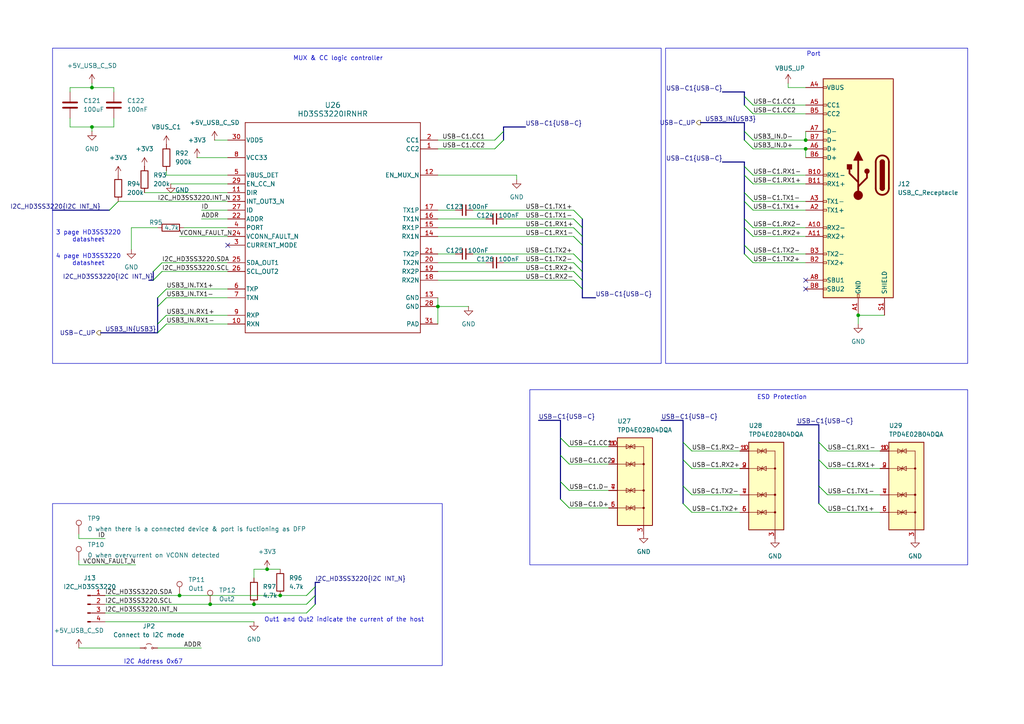
<source format=kicad_sch>
(kicad_sch (version 20250114) (generator "eeschema") (generator_version "9.0")
  (paper "A4")
  (title_block (title "USB Hub"))
  (lib_symbols
    (symbol "2025-07-15_13-22-11:HD3SS3220IRNHR" (pin_names (offset 0.254))
      (property "Reference" "U" (at 0 2.54 0))
      (property "Value" "HD3SS3220IRNHR" (at 0 0 0))
      (symbol "HD3SS3220IRNHR_0_1"
        (polyline (pts (xy -25.4 30.48) (xy -25.4 -30.48)) (stroke (width 0.2032)))
        (polyline (pts (xy -25.4 -30.48) (xy 25.4 -30.48)) (stroke (width 0.2032)))
        (polyline (pts (xy 25.4 30.48) (xy -25.4 30.48)) (stroke (width 0.2032)))
        (polyline (pts (xy 25.4 -30.48) (xy 25.4 30.48)) (stroke (width 0.2032)))
        (pin power_in line (at -30.48 25.4 0) (length 5.08) (name "VDD5") (number "30"))
        (pin power_in line (at -30.48 20.32 0) (length 5.08) (name "VCC33") (number "8"))
        (pin input line (at -30.48 15.24 0) (length 5.08) (name "VBUS_DET") (number "5"))
        (pin input line (at -30.48 12.7 0) (length 5.08) (name "EN_CC_N") (number "29"))
        (pin open_collector line (at -30.48 10.16 0) (length 5.08) (name "DIR") (number "11"))
        (pin open_collector line (at -30.48 7.62 0) (length 5.08) (name "INT_OUT3_N") (number "23"))
        (pin open_collector line (at -30.48 5.08 0) (length 5.08) (name "ID") (number "27"))
        (pin input line (at -30.48 2.54 0) (length 5.08) (name "ADDR") (number "22"))
        (pin input line (at -30.48 0 0) (length 5.08) (name "PORT") (number "4"))
        (pin open_collector line (at -30.48 -2.54 0) (length 5.08) (name "VCONN_FAULT_N") (number "24"))
        (pin input line (at -30.48 -5.08 0) (length 5.08) (name "CURRENT_MODE") (number "3"))
        (pin bidirectional line (at -30.48 -10.16 0) (length 5.08) (name "SDA_OUT1") (number "25"))
        (pin bidirectional line (at -30.48 -12.7 0) (length 5.08) (name "SCL_OUT2") (number "26"))
        (pin bidirectional line (at -30.48 -17.78 0) (length 5.08) (name "TXP") (number "6"))
        (pin bidirectional line (at -30.48 -20.32 0) (length 5.08) (name "TXN") (number "7"))
        (pin bidirectional line (at -30.48 -25.4 0) (length 5.08) (name "RXP") (number "9"))
        (pin bidirectional line (at -30.48 -27.94 0) (length 5.08) (name "RXN") (number "10"))
        (pin bidirectional line (at 30.48 25.4 180) (length 5.08) (name "CC1") (number "2"))
        (pin bidirectional line (at 30.48 22.86 180) (length 5.08) (name "CC2") (number "1"))
        (pin input line (at 30.48 15.24 180) (length 5.08) (name "EN_MUX_N") (number "12"))
        (pin bidirectional line (at 30.48 5.08 180) (length 5.08) (name "TX1P") (number "17"))
        (pin bidirectional line (at 30.48 2.54 180) (length 5.08) (name "TX1N") (number "16"))
        (pin bidirectional line (at 30.48 0 180) (length 5.08) (name "RX1P") (number "15"))
        (pin bidirectional line (at 30.48 -2.54 180) (length 5.08) (name "RX1N") (number "14"))
        (pin bidirectional line (at 30.48 -7.62 180) (length 5.08) (name "TX2P") (number "21"))
        (pin bidirectional line (at 30.48 -10.16 180) (length 5.08) (name "TX2N") (number "20"))
        (pin bidirectional line (at 30.48 -12.7 180) (length 5.08) (name "RX2P") (number "19"))
        (pin bidirectional line (at 30.48 -15.24 180) (length 5.08) (name "RX2N") (number "18"))
        (pin power_in line (at 30.48 -20.32 180) (length 5.08) (name "GND") (number "13"))
        (pin power_in line (at 30.48 -22.86 180) (length 5.08) (name "GND") (number "28"))
        (pin power_in line (at 30.48 -27.94 180) (length 5.08) (name "PAD") (number "31"))
      )
    )
    (symbol "Connector:Conn_01x04_Pin" (pin_names (offset 1.016) (hide yes))
      (property "Reference" "J" (at 0 5.08 0))
      (property "Value" "Conn_01x04_Pin" (at 0 -7.62 0))
      (symbol "Conn_01x04_Pin_1_1"
        (rectangle (start 0.8636 2.667) (end 0 2.413) (stroke (width 0.1524)) (fill (type outline)))
        (rectangle (start 0.8636 0.127) (end 0 -0.127) (stroke (width 0.1524)) (fill (type outline)))
        (rectangle (start 0.8636 -2.413) (end 0 -2.667) (stroke (width 0.1524)) (fill (type outline)))
        (rectangle (start 0.8636 -4.953) (end 0 -5.207) (stroke (width 0.1524)) (fill (type outline)))
        (polyline (pts (xy 1.27 2.54) (xy 0.8636 2.54)) (stroke (width 0.1524)))
        (polyline (pts (xy 1.27 0) (xy 0.8636 0)) (stroke (width 0.1524)))
        (polyline (pts (xy 1.27 -2.54) (xy 0.8636 -2.54)) (stroke (width 0.1524)))
        (polyline (pts (xy 1.27 -5.08) (xy 0.8636 -5.08)) (stroke (width 0.1524)))
        (pin passive line (at 5.08 2.54 180) (length 3.81) (name "Pin_1") (number "1"))
        (pin passive line (at 5.08 0 180) (length 3.81) (name "Pin_2") (number "2"))
        (pin passive line (at 5.08 -2.54 180) (length 3.81) (name "Pin_3") (number "3"))
        (pin passive line (at 5.08 -5.08 180) (length 3.81) (name "Pin_4") (number "4"))
      )
    )
    (symbol "Connector:TestPoint" (pin_numbers (hide yes)) (pin_names (offset 0.762) (hide yes))
      (property "Reference" "TP" (at 0 6.858 0))
      (property "Value" "TestPoint" (at 0 5.08 0))
      (symbol "TestPoint_0_1"
        (circle (center 0 3.302) (radius 0.762))
      )
      (symbol "TestPoint_1_1"
        (pin passive line (at 0 0 90) (length 2.54) (name "1") (number "1"))
      )
    )
    (symbol "Connector:USB_C_Receptacle" (pin_names (offset 1.016))
      (property "Reference" "J" (at -10.16 29.21 0))
      (property "Value" "USB_C_Receptacle" (at 10.16 29.21 0))
      (symbol "USB_C_Receptacle_0_0"
        (rectangle (start -0.254 -35.56) (end 0.254 -34.544))
        (rectangle (start 10.16 25.654) (end 9.144 25.146))
        (rectangle (start 10.16 20.574) (end 9.144 20.066))
        (rectangle (start 10.16 18.034) (end 9.144 17.526))
        (rectangle (start 10.16 12.954) (end 9.144 12.446))
        (rectangle (start 10.16 10.414) (end 9.144 9.906))
        (rectangle (start 10.16 7.874) (end 9.144 7.366))
        (rectangle (start 10.16 5.334) (end 9.144 4.826))
        (rectangle (start 10.16 0.254) (end 9.144 -0.254))
        (rectangle (start 10.16 -2.286) (end 9.144 -2.794))
        (rectangle (start 10.16 -7.366) (end 9.144 -7.874))
        (rectangle (start 10.16 -9.906) (end 9.144 -10.414))
        (rectangle (start 10.16 -14.986) (end 9.144 -15.494))
        (rectangle (start 10.16 -17.526) (end 9.144 -18.034))
        (rectangle (start 10.16 -22.606) (end 9.144 -23.114))
        (rectangle (start 10.16 -25.146) (end 9.144 -25.654))
        (rectangle (start 10.16 -30.226) (end 9.144 -30.734))
        (rectangle (start 10.16 -32.766) (end 9.144 -33.274))
      )
      (symbol "USB_C_Receptacle_0_1"
        (rectangle (start -10.16 27.94) (end 10.16 -35.56) (stroke (width 0.254)) (fill (type background)))
        (polyline (pts (xy -8.89 -3.81) (xy -8.89 3.81)) (stroke (width 0.508)))
        (rectangle (start -7.62 -3.81) (end -6.35 3.81) (stroke (width 0.254)) (fill (type outline)))
        (arc (start -7.62 3.81) (mid -6.985 4.4423) (end -6.35 3.81) (stroke (width 0.254)))
        (arc (start -7.62 3.81) (mid -6.985 4.4423) (end -6.35 3.81) (stroke (width 0.254)) (fill (type outline)))
        (arc (start -8.89 3.81) (mid -6.985 5.7067) (end -5.08 3.81) (stroke (width 0.508)))
        (arc (start -5.08 -3.81) (mid -6.985 -5.7067) (end -8.89 -3.81) (stroke (width 0.508)))
        (arc (start -6.35 -3.81) (mid -6.985 -4.4423) (end -7.62 -3.81) (stroke (width 0.254)))
        (arc (start -6.35 -3.81) (mid -6.985 -4.4423) (end -7.62 -3.81) (stroke (width 0.254)) (fill (type outline)))
        (polyline (pts (xy -5.08 3.81) (xy -5.08 -3.81)) (stroke (width 0.508)))
      )
      (symbol "USB_C_Receptacle_1_1"
        (circle (center -2.54 1.143) (radius 0.635) (stroke (width 0.254)) (fill (type outline)))
        (polyline (pts (xy -1.27 4.318) (xy 0 6.858) (xy 1.27 4.318) (xy -1.27 4.318)) (stroke (width 0.254)) (fill (type outline)))
        (polyline (pts (xy 0 -2.032) (xy 2.54 0.508) (xy 2.54 1.778)) (stroke (width 0.508)))
        (polyline (pts (xy 0 -3.302) (xy -2.54 -0.762) (xy -2.54 0.508)) (stroke (width 0.508)))
        (polyline (pts (xy 0 -5.842) (xy 0 4.318)) (stroke (width 0.508)))
        (circle (center 0 -5.842) (radius 1.27) (fill (type outline)))
        (rectangle (start 1.905 1.778) (end 3.175 3.048) (stroke (width 0.254)) (fill (type outline)))
        (pin passive line (at -7.62 -40.64 90) (length 5.08) (name "SHIELD") (number "S1"))
        (pin passive line (at 0 -40.64 90) (length 5.08) (name "GND") (number "A1"))
        (pin passive line (at 0 -40.64 90) (length 5.08) (hide yes) (name "GND") (number "A12"))
        (pin passive line (at 0 -40.64 90) (length 5.08) (hide yes) (name "GND") (number "B1"))
        (pin passive line (at 0 -40.64 90) (length 5.08) (hide yes) (name "GND") (number "B12"))
        (pin passive line (at 15.24 25.4 180) (length 5.08) (name "VBUS") (number "A4"))
        (pin passive line (at 15.24 25.4 180) (length 5.08) (hide yes) (name "VBUS") (number "A9"))
        (pin passive line (at 15.24 25.4 180) (length 5.08) (hide yes) (name "VBUS") (number "B4"))
        (pin passive line (at 15.24 25.4 180) (length 5.08) (hide yes) (name "VBUS") (number "B9"))
        (pin bidirectional line (at 15.24 20.32 180) (length 5.08) (name "CC1") (number "A5"))
        (pin bidirectional line (at 15.24 17.78 180) (length 5.08) (name "CC2") (number "B5"))
        (pin bidirectional line (at 15.24 12.7 180) (length 5.08) (name "D-") (number "A7"))
        (pin bidirectional line (at 15.24 10.16 180) (length 5.08) (name "D-") (number "B7"))
        (pin bidirectional line (at 15.24 7.62 180) (length 5.08) (name "D+") (number "A6"))
        (pin bidirectional line (at 15.24 5.08 180) (length 5.08) (name "D+") (number "B6"))
        (pin bidirectional line (at 15.24 0 180) (length 5.08) (name "RX1-") (number "B10"))
        (pin bidirectional line (at 15.24 -2.54 180) (length 5.08) (name "RX1+") (number "B11"))
        (pin bidirectional line (at 15.24 -7.62 180) (length 5.08) (name "TX1-") (number "A3"))
        (pin bidirectional line (at 15.24 -10.16 180) (length 5.08) (name "TX1+") (number "A2"))
        (pin bidirectional line (at 15.24 -15.24 180) (length 5.08) (name "RX2-") (number "A10"))
        (pin bidirectional line (at 15.24 -17.78 180) (length 5.08) (name "RX2+") (number "A11"))
        (pin bidirectional line (at 15.24 -22.86 180) (length 5.08) (name "TX2-") (number "B3"))
        (pin bidirectional line (at 15.24 -25.4 180) (length 5.08) (name "TX2+") (number "B2"))
        (pin bidirectional line (at 15.24 -30.48 180) (length 5.08) (name "SBU1") (number "A8"))
        (pin bidirectional line (at 15.24 -33.02 180) (length 5.08) (name "SBU2") (number "B8"))
      )
    )
    (symbol "Device:C" (pin_numbers (hide yes)) (pin_names (offset 0.254))
      (property "Reference" "C" (at 0.635 2.54 0))
      (property "Value" "C" (at 0.635 -2.54 0))
      (symbol "C_0_1"
        (polyline (pts (xy -2.032 0.762) (xy 2.032 0.762)) (stroke (width 0.508)))
        (polyline (pts (xy -2.032 -0.762) (xy 2.032 -0.762)) (stroke (width 0.508)))
      )
      (symbol "C_1_1"
        (pin passive line (at 0 3.81 270) (length 2.794) (name "~") (number "1"))
        (pin passive line (at 0 -3.81 90) (length 2.794) (name "~") (number "2"))
      )
    )
    (symbol "Device:C_Small" (pin_numbers (hide yes)) (pin_names (offset 0.254) (hide yes))
      (property "Reference" "C" (at 0.254 1.778 0))
      (property "Value" "C_Small" (at 0.254 -2.032 0))
      (symbol "C_Small_0_1"
        (polyline (pts (xy -1.524 0.508) (xy 1.524 0.508)) (stroke (width 0.3048)))
        (polyline (pts (xy -1.524 -0.508) (xy 1.524 -0.508)) (stroke (width 0.3302)))
      )
      (symbol "C_Small_1_1"
        (pin passive line (at 0 2.54 270) (length 2.032) (name "~") (number "1"))
        (pin passive line (at 0 -2.54 90) (length 2.032) (name "~") (number "2"))
      )
    )
    (symbol "Device:R" (pin_numbers (hide yes)) (pin_names (offset 0))
      (property "Reference" "R" (at 2.032 0 90))
      (property "Value" "R" (at 0 0 90))
      (symbol "R_0_1"
        (rectangle (start -1.016 -2.54) (end 1.016 2.54) (stroke (width 0.254)))
      )
      (symbol "R_1_1"
        (pin passive line (at 0 3.81 270) (length 1.27) (name "~") (number "1"))
        (pin passive line (at 0 -3.81 90) (length 1.27) (name "~") (number "2"))
      )
    )
    (symbol "Jumper:Jumper_2_Small_Open" (pin_numbers (hide yes)) (pin_names (offset 0) (hide yes))
      (property "Reference" "JP" (at 0 2.794 0))
      (property "Value" "Jumper_2_Small_Open" (at 0 -2.286 0))
      (symbol "Jumper_2_Small_Open_0_0"
        (circle (center -1.016 0) (radius 0.254))
        (circle (center 1.016 0) (radius 0.254))
      )
      (symbol "Jumper_2_Small_Open_0_1"
        (arc (start -0.762 1.0196) (mid 0 1.2729) (end 0.762 1.0196))
      )
      (symbol "Jumper_2_Small_Open_1_1"
        (pin passive line (at -2.54 0 0) (length 1.27) (name "A") (number "1"))
        (pin passive line (at 2.54 0 180) (length 1.27) (name "B") (number "2"))
      )
    )
    (symbol "Snapeda:TPD4E02B04DQA" (pin_names (hide yes))
      (property "Reference" "U" (at 2.54 -11.43 0))
      (property "Value" "TPD4E02B04DQA" (at 7.62 1.905 0))
      (symbol "TPD4E02B04DQA_0_0"
        (pin passive line (at 2.54 -15.24 90) (length 2.54) (name "G") (number "3"))
      )
      (symbol "TPD4E02B04DQA_0_1"
        (rectangle (start -5.08 12.7) (end 5.08 -12.7) (stroke (width 0.254)) (fill (type background)))
        (polyline (pts (xy -5.08 10.16) (xy 2.54 10.16)))
        (polyline (pts (xy -5.08 5.08) (xy 2.54 5.08)))
        (polyline (pts (xy -5.08 -2.54) (xy 2.54 -2.54)))
        (polyline (pts (xy -5.08 -7.62) (xy 2.54 -7.62)))
        (polyline (pts (xy -1.27 10.16) (xy 0 9.525) (xy 0 10.795) (xy -1.27 10.16)))
        (polyline (pts (xy -1.27 5.08) (xy 0 4.445) (xy 0 5.715) (xy -1.27 5.08)))
        (polyline (pts (xy -1.27 -2.54) (xy 0 -3.175) (xy 0 -1.905) (xy -1.27 -2.54)))
        (polyline (pts (xy -1.27 -7.62) (xy 0 -8.255) (xy 0 -6.985) (xy -1.27 -7.62)))
        (polyline (pts (xy 2.54 10.16) (xy 2.54 -12.7)) (stroke (width 0.1524)))
        (circle (center 2.54 5.08) (radius 0.254) (fill (type outline)))
        (circle (center 2.54 -2.54) (radius 0.254) (fill (type outline)))
        (circle (center 2.54 -7.62) (radius 0.254) (fill (type outline)))
      )
      (symbol "TPD4E02B04DQA_1_1"
        (polyline (pts (xy -1.524 9.525) (xy -1.27 9.779) (xy -1.27 10.541) (xy -1.016 10.795)))
        (polyline (pts (xy -1.524 4.445) (xy -1.27 4.699) (xy -1.27 5.461) (xy -1.016 5.715)))
        (polyline (pts (xy -1.524 -3.175) (xy -1.27 -2.921) (xy -1.27 -2.159) (xy -1.016 -1.905)))
        (polyline (pts (xy -1.524 -8.255) (xy -1.27 -8.001) (xy -1.27 -7.239) (xy -1.016 -6.985)))
        (polyline (pts (xy -1.27 10.16) (xy -2.54 9.525) (xy -2.54 10.795) (xy -1.27 10.16)))
        (polyline (pts (xy -1.27 5.08) (xy -2.54 4.445) (xy -2.54 5.715) (xy -1.27 5.08)))
        (polyline (pts (xy -1.27 -2.54) (xy -2.54 -3.175) (xy -2.54 -1.905) (xy -1.27 -2.54)))
        (polyline (pts (xy -1.27 -7.62) (xy -2.54 -8.255) (xy -2.54 -6.985) (xy -1.27 -7.62)))
        (pin passive line (at -7.62 10.16 0) (length 2.54) (name "IO1") (number "1"))
        (pin free line (at -7.62 10.16 0) (length 2.54) (name "NC") (number "10"))
        (pin passive line (at -7.62 5.08 0) (length 2.54) (name "IO2") (number "2"))
        (pin free line (at -7.62 5.08 0) (length 2.54) (name "NC") (number "9"))
        (pin passive line (at -7.62 -2.54 0) (length 2.54) (name "IO3") (number "4"))
        (pin free line (at -7.62 -2.54 0) (length 2.54) (name "NC") (number "7"))
        (pin passive line (at -7.62 -7.62 0) (length 2.54) (name "IO4") (number "5"))
        (pin free line (at -7.62 -7.62 0) (length 2.54) (name "NC") (number "6"))
        (pin passive line (at 2.54 -15.24 90) (length 2.54) (hide yes) (name "G") (number "8"))
      )
    )
    (symbol "power:+3V3" (power) (pin_numbers (hide yes)) (pin_names (offset 0) (hide yes))
      (property "Value" "+3V3" (at 0 3.556 0))
      (symbol "+3V3_0_1"
        (polyline (pts (xy -0.762 1.27) (xy 0 2.54)))
        (polyline (pts (xy 0 2.54) (xy 0.762 1.27)))
        (polyline (pts (xy 0 0) (xy 0 2.54)))
      )
      (symbol "+3V3_1_1"
        (pin power_in line (at 0 0 90) (length 0) (name "~") (number "1"))
      )
    )
    (symbol "power:+5V" (power) (pin_numbers (hide yes)) (pin_names (offset 0) (hide yes))
      (property "Value" "+5V" (at 0 3.556 0))
      (symbol "+5V_0_1"
        (polyline (pts (xy -0.762 1.27) (xy 0 2.54)))
        (polyline (pts (xy 0 2.54) (xy 0.762 1.27)))
        (polyline (pts (xy 0 0) (xy 0 2.54)))
      )
      (symbol "+5V_1_1"
        (pin power_in line (at 0 0 90) (length 0) (name "~") (number "1"))
      )
    )
    (symbol "power:GND" (power) (pin_numbers (hide yes)) (pin_names (offset 0) (hide yes))
      (property "Value" "GND" (at 0 -3.81 0))
      (symbol "GND_0_1"
        (polyline (pts (xy 0 0) (xy 0 -1.27) (xy 1.27 -1.27) (xy 0 -2.54) (xy -1.27 -1.27) (xy 0 -1.27)))
      )
      (symbol "GND_1_1"
        (pin power_in line (at 0 0 270) (length 0) (name "~") (number "1"))
      )
    )
    (symbol "power:VBUS" (power) (pin_numbers (hide yes)) (pin_names (offset 0) (hide yes))
      (property "Value" "VBUS" (at 0 3.556 0))
      (symbol "VBUS_0_1"
        (polyline (pts (xy -0.762 1.27) (xy 0 2.54)))
        (polyline (pts (xy 0 2.54) (xy 0.762 1.27)))
        (polyline (pts (xy 0 0) (xy 0 2.54)))
      )
      (symbol "VBUS_1_1"
        (pin power_in line (at 0 0 90) (length 0) (name "~") (number "1"))
      )
    )
  )
  (rectangle (start 15.24 13.97) (end 191.77 105.41))
  (rectangle (start 153.67 113.03) (end 280.67 163.83))
  (rectangle (start 193.04 13.97) (end 280.67 105.41))
  (rectangle (start 15.24 146.05) (end 128.27 193.04))
  (text "4 page HD3SS3220\ndatasheet" (at 25.654 75.438 0) (effects (font (size 1.27 1.27))))
  (text "3 page HD3SS3220\ndatasheet" (at 25.654 68.58 0) (effects (font (size 1.27 1.27))))
  (text "Port" (at 235.966 15.748 0) (effects (font (size 1.27 1.27))))
  (text "Out1 and Out2 indicate the current of the host\n" (at 99.822 179.832 0) (effects (font (size 1.27 1.27))))
  (text "I2C Address 0x67" (at 44.45 192.024 0) (effects (font (size 1.27 1.27))))
  (text "ESD Protection" (at 226.822 115.316 0) (effects (font (size 1.27 1.27))))
  (text "MUX & CC logic controller" (at 98.044 17.018 0) (effects (font (size 1.27 1.27))))
  (junction (at 77.47 165.1))
  (junction (at 26.67 25.4))
  (junction (at 127 88.9))
  (junction (at 81.28 172.72))
  (junction (at 233.68 43.18))
  (junction (at 60.96 175.26))
  (junction (at 52.07 172.72))
  (junction (at 233.68 40.64))
  (junction (at 73.66 175.26))
  (junction (at 248.92 91.44))
  (junction (at 26.67 36.83))
  (no_connect (at 233.68 81.28))
  (no_connect (at 233.68 83.82))
  (no_connect (at 66.04 71.12))
  (bus_entry (at 166.37 76.2) (size 2.54 2.54))
  (bus_entry (at 168.91 71.12) (size -2.54 -2.54))
  (bus_entry (at 166.37 60.96) (size 2.54 2.54))
  (bus_entry (at 168.91 63.5) (size -2.54 -2.54))
  (bus_entry (at 162.56 127) (size 2.54 2.54))
  (bus_entry (at 200.66 135.89) (size -2.54 -2.54))
  (bus_entry (at 45.72 93.98) (size 2.54 -2.54))
  (bus_entry (at 237.49 146.05) (size 2.54 2.54))
  (bus_entry (at 146.05 38.1) (size -2.54 2.54))
  (bus_entry (at 218.44 76.2) (size -2.54 -2.54))
  (bus_entry (at 91.44 172.72) (size -2.54 2.54))
  (bus_entry (at 45.72 96.52) (size 2.54 -2.54))
  (bus_entry (at 34.29 58.42) (size -2.54 2.54))
  (bus_entry (at 143.51 40.64) (size 2.54 -2.54))
  (bus_entry (at 218.44 50.8) (size -2.54 -2.54))
  (bus_entry (at 215.9 71.12) (size 2.54 2.54))
  (bus_entry (at 45.72 88.9) (size 2.54 -2.54))
  (bus_entry (at 198.12 140.97) (size 2.54 2.54))
  (bus_entry (at 215.9 30.48) (size 2.54 2.54))
  (bus_entry (at 240.03 148.59) (size -2.54 -2.54))
  (bus_entry (at 218.44 53.34) (size -2.54 -2.54))
  (bus_entry (at 215.9 73.66) (size 2.54 2.54))
  (bus_entry (at 168.91 68.58) (size -2.54 -2.54))
  (bus_entry (at 46.99 78.74) (size -2.54 2.54))
  (bus_entry (at 215.9 40.64) (size 2.54 2.54))
  (bus_entry (at 31.75 60.96) (size 2.54 -2.54))
  (bus_entry (at 218.44 68.58) (size -2.54 -2.54))
  (bus_entry (at 215.9 38.1) (size 2.54 2.54))
  (bus_entry (at 218.44 33.02) (size -2.54 -2.54))
  (bus_entry (at 168.91 78.74) (size -2.54 -2.54))
  (bus_entry (at 162.56 132.08) (size 2.54 2.54))
  (bus_entry (at 165.1 134.62) (size -2.54 -2.54))
  (bus_entry (at 168.91 66.04) (size -2.54 -2.54))
  (bus_entry (at 88.9 172.72) (size 2.54 -2.54))
  (bus_entry (at 240.03 143.51) (size -2.54 -2.54))
  (bus_entry (at 215.9 38.1) (size 2.54 2.54))
  (bus_entry (at 88.9 177.8) (size 2.54 -2.54))
  (bus_entry (at 240.03 130.81) (size -2.54 -2.54))
  (bus_entry (at 218.44 73.66) (size -2.54 -2.54))
  (bus_entry (at 215.9 40.64) (size 2.54 2.54))
  (bus_entry (at 88.9 175.26) (size 2.54 -2.54))
  (bus_entry (at 237.49 128.27) (size 2.54 2.54))
  (bus_entry (at 44.45 81.28) (size 2.54 -2.54))
  (bus_entry (at 166.37 81.28) (size 2.54 2.54))
  (bus_entry (at 166.37 66.04) (size 2.54 2.54))
  (bus_entry (at 168.91 76.2) (size -2.54 -2.54))
  (bus_entry (at 215.9 50.8) (size 2.54 2.54))
  (bus_entry (at 165.1 129.54) (size -2.54 -2.54))
  (bus_entry (at 215.9 66.04) (size 2.54 2.54))
  (bus_entry (at 200.66 148.59) (size -2.54 -2.54))
  (bus_entry (at 45.72 86.36) (size 2.54 -2.54))
  (bus_entry (at 44.45 78.74) (size 2.54 -2.54))
  (bus_entry (at 45.72 96.52) (size 2.54 -2.54))
  (bus_entry (at 200.66 130.81) (size -2.54 -2.54))
  (bus_entry (at 166.37 68.58) (size 2.54 2.54))
  (bus_entry (at 166.37 73.66) (size 2.54 2.54))
  (bus_entry (at 215.9 27.94) (size 2.54 2.54))
  (bus_entry (at 218.44 30.48) (size -2.54 -2.54))
  (bus_entry (at 215.9 58.42) (size 2.54 2.54))
  (bus_entry (at 168.91 81.28) (size -2.54 -2.54))
  (bus_entry (at 91.44 175.26) (size -2.54 2.54))
  (bus_entry (at 168.91 83.82) (size -2.54 -2.54))
  (bus_entry (at 45.72 86.36) (size 2.54 -2.54))
  (bus_entry (at 162.56 139.7) (size 2.54 2.54))
  (bus_entry (at 166.37 63.5) (size 2.54 2.54))
  (bus_entry (at 218.44 58.42) (size -2.54 -2.54))
  (bus_entry (at 166.37 78.74) (size 2.54 2.54))
  (bus_entry (at 198.12 146.05) (size 2.54 2.54))
  (bus_entry (at 215.9 55.88) (size 2.54 2.54))
  (bus_entry (at 165.1 147.32) (size -2.54 -2.54))
  (bus_entry (at 215.9 63.5) (size 2.54 2.54))
  (bus_entry (at 237.49 133.35) (size 2.54 2.54))
  (bus_entry (at 200.66 143.51) (size -2.54 -2.54))
  (bus_entry (at 218.44 60.96) (size -2.54 -2.54))
  (bus_entry (at 146.05 40.64) (size -2.54 2.54))
  (bus_entry (at 198.12 133.35) (size 2.54 2.54))
  (bus_entry (at 215.9 48.26) (size 2.54 2.54))
  (bus_entry (at 237.49 140.97) (size 2.54 2.54))
  (bus_entry (at 218.44 66.04) (size -2.54 -2.54))
  (bus_entry (at 198.12 128.27) (size 2.54 2.54))
  (bus_entry (at 240.03 135.89) (size -2.54 -2.54))
  (bus_entry (at 143.51 43.18) (size 2.54 -2.54))
  (bus_entry (at 45.72 88.9) (size 2.54 -2.54))
  (bus_entry (at 162.56 144.78) (size 2.54 2.54))
  (bus_entry (at 165.1 142.24) (size -2.54 -2.54))
  (bus_entry (at 91.44 170.18) (size -2.54 2.54))
  (bus_entry (at 45.72 93.98) (size 2.54 -2.54))
  (bus_entry (at 46.99 76.2) (size -2.54 2.54))
  (wire (pts (xy 48.26 86.36) (xy 66.04 86.36)))
  (wire (pts (xy 73.66 165.1) (xy 73.66 167.64)))
  (wire (pts (xy 228.6 24.13) (xy 228.6 25.4)))
  (wire (pts (xy 233.68 60.96) (xy 218.44 60.96)))
  (bus (pts (xy 215.9 27.94) (xy 215.9 26.67)))
  (wire (pts (xy 58.42 60.96) (xy 66.04 60.96)))
  (bus (pts (xy 162.56 127) (xy 162.56 132.08)))
  (bus (pts (xy 198.12 140.97) (xy 198.12 133.35)))
  (bus (pts (xy 215.9 71.12) (xy 215.9 66.04)))
  (wire (pts (xy 57.15 45.72) (xy 66.04 45.72)))
  (wire (pts (xy 49.53 53.34) (xy 66.04 53.34)))
  (wire (pts (xy 165.1 129.54) (xy 176.53 129.54)))
  (wire (pts (xy 60.96 175.26) (xy 73.66 175.26)))
  (wire (pts (xy 233.68 66.04) (xy 218.44 66.04)))
  (wire (pts (xy 127 86.36) (xy 127 88.9)))
  (wire (pts (xy 127 78.74) (xy 166.37 78.74)))
  (wire (pts (xy 48.26 91.44) (xy 66.04 91.44)))
  (wire (pts (xy 66.04 78.74) (xy 46.99 78.74)))
  (wire (pts (xy 200.66 148.59) (xy 214.63 148.59)))
  (wire (pts (xy 22.86 154.94) (xy 22.86 156.21)))
  (wire (pts (xy 127 81.28) (xy 166.37 81.28)))
  (wire (pts (xy 26.67 36.83) (xy 20.32 36.83)))
  (bus (pts (xy 168.91 83.82) (xy 168.91 86.36)))
  (wire (pts (xy 127 73.66) (xy 132.08 73.66)))
  (wire (pts (xy 149.86 50.8) (xy 149.86 52.07)))
  (wire (pts (xy 233.68 68.58) (xy 218.44 68.58)))
  (wire (pts (xy 22.86 163.83) (xy 39.37 163.83)))
  (wire (pts (xy 48.26 83.82) (xy 66.04 83.82)))
  (wire (pts (xy 58.42 63.5) (xy 66.04 63.5)))
  (wire (pts (xy 233.68 43.18) (xy 233.68 45.72)))
  (bus (pts (xy 215.9 48.26) (xy 215.9 46.99)))
  (wire (pts (xy 218.44 40.64) (xy 233.68 40.64)))
  (wire (pts (xy 233.68 76.2) (xy 218.44 76.2)))
  (wire (pts (xy 34.29 58.42) (xy 66.04 58.42)))
  (wire (pts (xy 233.68 53.34) (xy 218.44 53.34)))
  (wire (pts (xy 81.28 165.1) (xy 77.47 165.1)))
  (bus (pts (xy 209.55 26.67) (xy 215.9 26.67)))
  (wire (pts (xy 45.72 66.04) (xy 38.1 66.04)))
  (bus (pts (xy 215.9 55.88) (xy 215.9 50.8)))
  (wire (pts (xy 26.67 36.83) (xy 33.02 36.83)))
  (wire (pts (xy 52.07 68.58) (xy 66.04 68.58)))
  (wire (pts (xy 30.48 180.34) (xy 73.66 180.34)))
  (wire (pts (xy 48.26 50.8) (xy 66.04 50.8)))
  (wire (pts (xy 127 63.5) (xy 140.97 63.5)))
  (wire (pts (xy 228.6 25.4) (xy 233.68 25.4)))
  (bus (pts (xy 168.91 68.58) (xy 168.91 71.12)))
  (wire (pts (xy 53.34 66.04) (xy 66.04 66.04)))
  (bus (pts (xy 215.9 38.1) (xy 215.9 35.56)))
  (wire (pts (xy 240.03 143.51) (xy 255.27 143.51)))
  (bus (pts (xy 162.56 121.92) (xy 156.21 121.92)))
  (bus (pts (xy 91.44 168.91) (xy 91.44 170.18)))
  (wire (pts (xy 165.1 147.32) (xy 176.53 147.32)))
  (wire (pts (xy 38.1 66.04) (xy 38.1 72.39)))
  (wire (pts (xy 26.67 25.4) (xy 33.02 25.4)))
  (bus (pts (xy 162.56 139.7) (xy 162.56 132.08)))
  (bus (pts (xy 198.12 133.35) (xy 198.12 128.27)))
  (wire (pts (xy 48.26 93.98) (xy 66.04 93.98)))
  (bus (pts (xy 203.2 35.56) (xy 215.9 35.56)))
  (wire (pts (xy 127 88.9) (xy 127 93.98)))
  (wire (pts (xy 77.47 165.1) (xy 73.66 165.1)))
  (wire (pts (xy 20.32 34.29) (xy 20.32 36.83)))
  (bus (pts (xy 44.45 78.74) (xy 44.45 81.28)))
  (wire (pts (xy 127 88.9) (xy 135.89 88.9)))
  (wire (pts (xy 165.1 134.62) (xy 176.53 134.62)))
  (wire (pts (xy 30.48 175.26) (xy 60.96 175.26)))
  (bus (pts (xy 168.91 76.2) (xy 168.91 78.74)))
  (bus (pts (xy 15.24 60.96) (xy 31.75 60.96)))
  (bus (pts (xy 215.9 40.64) (xy 215.9 38.1)))
  (wire (pts (xy 41.91 55.88) (xy 66.04 55.88)))
  (bus (pts (xy 162.56 121.92) (xy 162.56 127)))
  (wire (pts (xy 233.68 38.1) (xy 233.68 40.64)))
  (wire (pts (xy 127 66.04) (xy 166.37 66.04)))
  (bus (pts (xy 92.71 168.91) (xy 91.44 168.91)))
  (wire (pts (xy 26.67 36.83) (xy 26.67 38.1)))
  (bus (pts (xy 237.49 123.19) (xy 231.14 123.19)))
  (bus (pts (xy 215.9 46.99) (xy 209.55 46.99)))
  (wire (pts (xy 137.16 60.96) (xy 166.37 60.96)))
  (bus (pts (xy 215.9 73.66) (xy 215.9 71.12)))
  (bus (pts (xy 168.91 78.74) (xy 168.91 81.28)))
  (wire (pts (xy 73.66 175.26) (xy 88.9 175.26)))
  (wire (pts (xy 127 50.8) (xy 149.86 50.8)))
  (bus (pts (xy 168.91 63.5) (xy 168.91 66.04)))
  (bus (pts (xy 215.9 50.8) (xy 215.9 48.26)))
  (wire (pts (xy 48.26 50.8) (xy 48.26 49.53)))
  (wire (pts (xy 127 40.64) (xy 143.51 40.64)))
  (bus (pts (xy 168.91 66.04) (xy 168.91 68.58)))
  (bus (pts (xy 215.9 66.04) (xy 215.9 63.5)))
  (wire (pts (xy 30.48 172.72) (xy 52.07 172.72)))
  (wire (pts (xy 146.05 76.2) (xy 166.37 76.2)))
  (wire (pts (xy 66.04 76.2) (xy 46.99 76.2)))
  (wire (pts (xy 218.44 43.18) (xy 233.68 43.18)))
  (wire (pts (xy 22.86 162.56) (xy 22.86 163.83)))
  (wire (pts (xy 30.48 156.21) (xy 22.86 156.21)))
  (wire (pts (xy 20.32 25.4) (xy 26.67 25.4)))
  (bus (pts (xy 29.21 96.52) (xy 45.72 96.52)))
  (bus (pts (xy 146.05 38.1) (xy 146.05 36.83)))
  (bus (pts (xy 91.44 172.72) (xy 91.44 170.18)))
  (bus (pts (xy 162.56 144.78) (xy 162.56 139.7)))
  (wire (pts (xy 137.16 73.66) (xy 166.37 73.66)))
  (wire (pts (xy 200.66 143.51) (xy 214.63 143.51)))
  (bus (pts (xy 45.72 86.36) (xy 45.72 88.9)))
  (wire (pts (xy 127 68.58) (xy 166.37 68.58)))
  (wire (pts (xy 248.92 93.98) (xy 248.92 91.44)))
  (wire (pts (xy 45.72 187.96) (xy 58.42 187.96)))
  (wire (pts (xy 127 43.18) (xy 143.51 43.18)))
  (bus (pts (xy 237.49 146.05) (xy 237.49 140.97)))
  (bus (pts (xy 198.12 121.92) (xy 198.12 128.27)))
  (wire (pts (xy 165.1 142.24) (xy 176.53 142.24)))
  (bus (pts (xy 237.49 140.97) (xy 237.49 133.35)))
  (bus (pts (xy 91.44 172.72) (xy 91.44 175.26)))
  (bus (pts (xy 146.05 40.64) (xy 146.05 38.1)))
  (wire (pts (xy 218.44 33.02) (xy 233.68 33.02)))
  (bus (pts (xy 168.91 71.12) (xy 168.91 76.2)))
  (bus (pts (xy 215.9 63.5) (xy 215.9 58.42)))
  (wire (pts (xy 233.68 58.42) (xy 218.44 58.42)))
  (bus (pts (xy 198.12 121.92) (xy 191.77 121.92)))
  (bus (pts (xy 43.18 81.28) (xy 44.45 81.28)))
  (wire (pts (xy 240.03 135.89) (xy 255.27 135.89)))
  (bus (pts (xy 168.91 86.36) (xy 172.72 86.36)))
  (wire (pts (xy 30.48 177.8) (xy 88.9 177.8)))
  (wire (pts (xy 218.44 50.8) (xy 233.68 50.8)))
  (bus (pts (xy 45.72 93.98) (xy 45.72 96.52)))
  (wire (pts (xy 248.92 91.44) (xy 256.54 91.44)))
  (wire (pts (xy 200.66 130.81) (xy 214.63 130.81)))
  (bus (pts (xy 198.12 146.05) (xy 198.12 140.97)))
  (wire (pts (xy 218.44 30.48) (xy 233.68 30.48)))
  (wire (pts (xy 22.86 187.96) (xy 40.64 187.96)))
  (bus (pts (xy 215.9 30.48) (xy 215.9 27.94)))
  (wire (pts (xy 200.66 135.89) (xy 214.63 135.89)))
  (bus (pts (xy 215.9 58.42) (xy 215.9 55.88)))
  (wire (pts (xy 81.28 172.72) (xy 88.9 172.72)))
  (wire (pts (xy 240.03 130.81) (xy 255.27 130.81)))
  (bus (pts (xy 152.4 36.83) (xy 146.05 36.83)))
  (wire (pts (xy 233.68 73.66) (xy 218.44 73.66)))
  (wire (pts (xy 20.32 25.4) (xy 20.32 26.67)))
  (bus (pts (xy 237.49 123.19) (xy 237.49 128.27)))
  (bus (pts (xy 168.91 81.28) (xy 168.91 83.82)))
  (wire (pts (xy 146.05 63.5) (xy 166.37 63.5)))
  (wire (pts (xy 33.02 25.4) (xy 33.02 26.67)))
  (wire (pts (xy 127 60.96) (xy 132.08 60.96)))
  (wire (pts (xy 33.02 36.83) (xy 33.02 34.29)))
  (bus (pts (xy 45.72 88.9) (xy 45.72 93.98)))
  (wire (pts (xy 240.03 148.59) (xy 255.27 148.59)))
  (wire (pts (xy 62.23 40.64) (xy 66.04 40.64)))
  (wire (pts (xy 26.67 24.13) (xy 26.67 25.4)))
  (wire (pts (xy 52.07 172.72) (xy 81.28 172.72)))
  (bus (pts (xy 237.49 128.27) (xy 237.49 133.35)))
  (wire (pts (xy 127 76.2) (xy 140.97 76.2)))
  (label "USB-C1.TX2+" (at 152.4 73.66 0))
  (label "USB-C1.TX1+" (at 240.03 148.59 0))
  (label "USB-C1.RX1-" (at 240.03 130.81 0))
  (label "USB-C1.CC2" (at 128.27 43.18 0))
  (label "USB-C1{USB-C}" (at 156.21 121.92 0))
  (label "USB-C1.CC2" (at 218.44 33.02 0))
  (label "I2C_HD3SS3220.SCL" (at 46.99 78.74 0))
  (label "I2C_HD3SS3220{I2C INT_N}" (at 44.45 81.28 180))
  (label "USB-C1.RX1-" (at 218.44 50.8 0))
  (label "USB-C1.RX2-" (at 218.44 66.04 0))
  (label "I2C_HD3SS3220{I2C INT_N}" (at 91.44 168.91 0))
  (label "USB-C1.RX1+" (at 218.44 53.34 0))
  (label "USB-C1.CC2" (at 165.1 134.62 0))
  (label "USB-C1.RX2+" (at 152.4 78.74 0))
  (label "USB-C1{USB-C}" (at 209.55 46.99 180))
  (label "USB-C1.CC1" (at 218.44 30.48 0))
  (label "USB-C1.RX1+" (at 240.03 135.89 0))
  (label "USB3_IN{USB3}" (at 30.48 96.52 0))
  (label "USB-C1.TX1+" (at 152.4 60.96 0))
  (label "USB-C1{USB-C}" (at 152.4 36.83 0))
  (label "USB3_IN.D+" (at 218.44 43.18 0))
  (label "USB-C1{USB-C}" (at 231.14 123.19 0))
  (label "USB-C1.RX1-" (at 152.4 68.58 0))
  (label "USB-C1.TX2+" (at 200.66 148.59 0))
  (label "USB3_IN.TX1+" (at 48.26 83.82 0))
  (label "USB-C1.TX2-" (at 200.66 143.51 0))
  (label "USB-C1.TX2-" (at 218.44 73.66 0))
  (label "USB-C1.RX2-" (at 200.66 130.81 0))
  (label "USB3_IN.RX1+" (at 48.26 91.44 0))
  (label "USB-C1.TX2-" (at 152.4 76.2 0))
  (label "ADDR" (at 58.42 63.5 0))
  (label "ID" (at 58.42 60.96 0))
  (label "USB3_IN.D-" (at 218.44 40.64 0))
  (label "I2C_HD3SS3220.INT_N" (at 45.72 58.42 0))
  (label "I2C_HD3SS3220.SDA" (at 30.48 172.72 0))
  (label "USB-C1{USB-C}" (at 172.72 86.36 0))
  (label "I2C_HD3SS3220{I2C INT_N}" (at 29.21 60.96 180))
  (label "USB3_IN{USB3}" (at 204.47 35.56 0))
  (label "USB-C1.TX1-" (at 218.44 58.42 0))
  (label "USB-C1.RX2+" (at 200.66 135.89 0))
  (label "USB-C1.D-" (at 165.1 142.24 0))
  (label "VCONN_FAULT_N" (at 52.07 68.58 0))
  (label "VCONN_FAULT_N" (at 39.37 163.83 180))
  (label "I2C_HD3SS3220.SDA" (at 46.99 76.2 0))
  (label "I2C_HD3SS3220.INT_N" (at 30.48 177.8 0))
  (label "USB-C1.TX2+" (at 218.44 76.2 0))
  (label "USB-C1.D+" (at 165.1 147.32 0))
  (label "USB-C1{USB-C}" (at 191.77 121.92 0))
  (label "USB-C1.RX1+" (at 152.4 66.04 0))
  (label "ID" (at 30.48 156.21 180))
  (label "USB-C1.RX2+" (at 218.44 68.58 0))
  (label "USB-C1{USB-C}" (at 209.55 26.67 180))
  (label "USB-C1.RX2-" (at 152.4 81.28 0))
  (label "USB-C1.TX1-" (at 152.4 63.5 0))
  (label "USB-C1.TX1-" (at 240.03 143.51 0))
  (label "USB3_IN.TX1-" (at 48.26 86.36 0))
  (label "USB-C1.TX1+" (at 218.44 60.96 0))
  (label "USB-C1.CC1" (at 128.27 40.64 0))
  (label "USB3_IN.RX1-" (at 48.26 93.98 0))
  (label "ADDR" (at 58.42 187.96 180))
  (label "USB-C1.CC1" (at 165.1 129.54 0))
  (label "I2C_HD3SS3220.SCL" (at 30.48 175.26 0))
  (hierarchical_label "USB-C_UP" (shape output) (at 203.2 35.56 180))
  (hierarchical_label "USB-C_UP" (shape output) (at 29.21 96.52 180))
  (symbol (lib_id "Connector:TestPoint") (at 52.07 172.72 0) (unit 1)
    (property "Reference" "TP11" (at 54.61 168.1479 0) (effects (justify left)))
    (property "Value" "Out1" (at 54.61 170.6879 0) (effects (justify left)))
    (property "Footprint" "TestPoint:TestPoint_Loop_D1.80mm_Drill1.0mm_Beaded" (effects (hide yes)))
    (property "Description" "test point" (effects (hide yes)))
  )
  (symbol (lib_id "2025-07-15_13-22-11:HD3SS3220IRNHR") (at 96.52 66.04 0) (unit 1)
    (property "Reference" "U26" (at 96.52 30.48 0) (effects (font (size 1.524 1.524))))
    (property "Value" "HD3SS3220IRNHR" (at 96.52 33.02 0) (effects (font (size 1.524 1.524))))
    (property "Footprint" "footprints:RNH0030A" (effects (hide yes)))
    (property "Datasheet" "https://www.ti.com/lit/gpn/hd3ss3220" (effects (hide yes)))
  )
  (symbol (lib_id "power:GND") (at 26.67 38.1 0) (unit 1)
    (property "Reference" "#PWR0218" (effects (hide yes)))
    (property "Value" "GND" (at 26.67 43.18 0))
    (property "Description" "Power symbol creates a global label with name \"GND\" , ground" (effects (hide yes)))
  )
  (symbol (lib_id "power:VBUS") (at 228.6 24.13 0) (unit 1)
    (property "Reference" "#PWR0217" (effects (hide yes)))
    (property "Value" "VBUS_UP" (at 224.79 19.812 0) (effects (justify left)))
    (property "Description" "Power symbol creates a global label with name \"VBUS\"" (effects (hide yes)))
  )
  (symbol (lib_id "Connector:TestPoint") (at 60.96 175.26 0) (unit 1)
    (property "Reference" "TP12" (at 63.5 171.196 0) (effects (justify left)))
    (property "Value" "Out2" (at 63.5 173.736 0) (effects (justify left)))
    (property "Footprint" "TestPoint:TestPoint_Loop_D1.80mm_Drill1.0mm_Beaded" (effects (hide yes)))
    (property "Description" "test point" (effects (hide yes)))
  )
  (symbol (lib_id "power:VBUS") (at 48.26 41.91 0) (unit 1)
    (property "Reference" "#PWR0220" (effects (hide yes)))
    (property "Value" "VBUS_C1" (at 48.26 36.83 0))
    (property "Description" "Power symbol creates a global label with name \"VBUS\"" (effects (hide yes)))
  )
  (symbol (lib_id "Device:C_Small") (at 134.62 73.66 90) (unit 1)
    (property "Reference" "C125" (at 131.826 72.644 90))
    (property "Value" "100nF" (at 138.684 72.644 90))
    (property "Footprint" "Capacitor_SMD:C_0402_1005Metric" (effects (hide yes)))
    (property "Description" "Unpolarized capacitor, small symbol" (effects (hide yes)))
  )
  (symbol (lib_id "Device:R") (at 81.28 168.91 0) (unit 1)
    (property "Reference" "R96" (at 83.82 167.6399 0) (effects (justify left)))
    (property "Value" "4.7k" (at 83.82 170.1799 0) (effects (justify left)))
    (property "Footprint" "Resistor_SMD:R_0402_1005Metric" (effects (hide yes)))
    (property "Description" "Resistor" (effects (hide yes)))
  )
  (symbol (lib_id "Jumper:Jumper_2_Small_Open") (at 43.18 187.96 0) (unit 1)
    (property "Reference" "JP2" (at 43.18 181.61 0))
    (property "Value" "Connect to I2C mode" (at 43.18 184.15 0))
    (property "Footprint" "Jumper:SolderJumper-2_P1.3mm_Open_RoundedPad1.0x1.5mm" (effects (hide yes)))
    (property "Description" "Jumper, 2-pole, small symbol, open" (effects (hide yes)))
  )
  (symbol (lib_id "power:GND") (at 248.92 93.98 0) (unit 1)
    (property "Reference" "#PWR0228" (effects (hide yes)))
    (property "Value" "GND" (at 248.92 99.06 0))
    (property "Description" "Power symbol creates a global label with name \"GND\" , ground" (effects (hide yes)))
  )
  (symbol (lib_id "power:+3V3") (at 41.91 48.26 0) (unit 1)
    (property "Reference" "#PWR0222" (effects (hide yes)))
    (property "Value" "+3V3" (at 41.91 43.18 0))
    (property "Description" "Power symbol creates a global label with name \"+3V3\"" (effects (hide yes)))
  )
  (symbol (lib_id "Snapeda:TPD4E02B04DQA") (at 262.89 140.97 0) (unit 1)
    (property "Reference" "U29" (at 257.81 123.444 0) (effects (justify left)))
    (property "Value" "TPD4E02B04DQA" (at 257.81 125.984 0) (effects (justify left)))
    (property "Footprint" "Package_SON:USON-10_2.5x1.0mm_P0.5mm" (effects (hide yes)))
    (property "Datasheet" "http://www.ti.com/lit/ds/symlink/tpd4e02b04.pdf" (effects (hide yes)))
    (property "Description" "4-Channel ESD Protection Diode for USB Type-C and HDMI 2.0, USON-10" (effects (hide yes)))
  )
  (symbol (lib_id "power:+5V") (at 62.23 40.64 0) (unit 1)
    (property "Reference" "#PWR0219" (effects (hide yes)))
    (property "Value" "+5V_USB_C_SD" (at 62.23 35.56 0))
    (property "Description" "Power symbol creates a global label with name \"+5V\"" (effects (hide yes)))
  )
  (symbol (lib_id "power:GND") (at 149.86 52.07 0) (unit 1)
    (property "Reference" "#PWR0224" (effects (hide yes)))
    (property "Value" "GND" (at 149.86 57.15 0))
    (property "Description" "Power symbol creates a global label with name \"GND\" , ground" (effects (hide yes)))
  )
  (symbol (lib_id "power:GND") (at 73.66 180.34 0) (unit 1)
    (property "Reference" "#PWR0233" (effects (hide yes)))
    (property "Value" "GND" (at 73.66 185.42 0))
    (property "Description" "Power symbol creates a global label with name \"GND\" , ground" (effects (hide yes)))
  )
  (symbol (lib_id "Connector:TestPoint") (at 22.86 162.56 0) (unit 1)
    (property "Reference" "TP10" (at 25.4 157.9879 0) (effects (justify left)))
    (property "Value" "0 when overvurrent on VCONN detected" (at 25.4 161.036 0) (effects (justify left)))
    (property "Footprint" "TestPoint:TestPoint_Loop_D1.80mm_Drill1.0mm_Beaded" (effects (hide yes)))
    (property "Description" "test point" (effects (hide yes)))
  )
  (symbol (lib_id "power:GND") (at 186.69 154.94 0) (unit 1)
    (property "Reference" "#PWR0229" (effects (hide yes)))
    (property "Value" "GND" (at 186.69 160.02 0))
    (property "Description" "Power symbol creates a global label with name \"GND\" , ground" (effects (hide yes)))
  )
  (symbol (lib_id "Device:R") (at 73.66 171.45 0) (unit 1)
    (property "Reference" "R97" (at 76.2 170.1799 0) (effects (justify left)))
    (property "Value" "4.7k" (at 76.2 172.7199 0) (effects (justify left)))
    (property "Footprint" "Resistor_SMD:R_0402_1005Metric" (effects (hide yes)))
    (property "Description" "Resistor" (effects (hide yes)))
  )
  (symbol (lib_id "power:GND") (at 224.79 156.21 0) (unit 1)
    (property "Reference" "#PWR0230" (effects (hide yes)))
    (property "Value" "GND" (at 224.79 161.29 0))
    (property "Description" "Power symbol creates a global label with name \"GND\" , ground" (effects (hide yes)))
  )
  (symbol (lib_id "power:+3V3") (at 57.15 45.72 0) (unit 1)
    (property "Reference" "#PWR0221" (effects (hide yes)))
    (property "Value" "+3V3" (at 57.15 40.64 0))
    (property "Description" "Power symbol creates a global label with name \"+3V3\"" (effects (hide yes)))
  )
  (symbol (lib_id "power:+5V") (at 22.86 187.96 0) (unit 1)
    (property "Reference" "#PWR0234" (effects (hide yes)))
    (property "Value" "+5V_USB_C_SD" (at 22.86 182.88 0))
    (property "Description" "Power symbol creates a global label with name \"+5V\"" (effects (hide yes)))
  )
  (symbol (lib_id "power:GND") (at 135.89 88.9 0) (unit 1)
    (property "Reference" "#PWR0227" (effects (hide yes)))
    (property "Value" "GND" (at 135.89 93.98 0))
    (property "Description" "Power symbol creates a global label with name \"GND\" , ground" (effects (hide yes)))
  )
  (symbol (lib_id "Device:C_Small") (at 134.62 60.96 90) (unit 1)
    (property "Reference" "C123" (at 131.826 59.944 90))
    (property "Value" "100nF" (at 138.684 59.944 90))
    (property "Footprint" "Capacitor_SMD:C_0402_1005Metric" (effects (hide yes)))
    (property "Description" "Unpolarized capacitor, small symbol" (effects (hide yes)))
  )
  (symbol (lib_id "Device:R") (at 34.29 54.61 180) (unit 1)
    (property "Reference" "R94" (at 36.83 53.3399 0) (effects (justify right)))
    (property "Value" "200k" (at 36.83 55.8799 0) (effects (justify right)))
    (property "Footprint" "Resistor_SMD:R_0402_1005Metric" (effects (hide yes)))
    (property "Description" "Resistor" (effects (hide yes)))
  )
  (symbol (lib_id "power:+3V3") (at 77.47 165.1 0) (unit 1)
    (property "Reference" "#PWR0232" (effects (hide yes)))
    (property "Value" "+3V3" (at 77.47 160.02 0))
    (property "Description" "Power symbol creates a global label with name \"+3V3\"" (effects (hide yes)))
  )
  (symbol (lib_id "power:GND") (at 49.53 53.34 0) (unit 1)
    (property "Reference" "#PWR0225" (effects (hide yes)))
    (property "Value" "GND" (at 52.832 55.118 0))
    (property "Description" "Power symbol creates a global label with name \"GND\" , ground" (effects (hide yes)))
  )
  (symbol (lib_id "power:+3V3") (at 34.29 50.8 0) (unit 1)
    (property "Reference" "#PWR0223" (effects (hide yes)))
    (property "Value" "+3V3" (at 34.29 45.72 0))
    (property "Description" "Power symbol creates a global label with name \"+3V3\"" (effects (hide yes)))
  )
  (symbol (lib_id "Device:C_Small") (at 143.51 63.5 90) (unit 1)
    (property "Reference" "C124" (at 140.716 62.484 90))
    (property "Value" "100nF" (at 147.574 62.484 90))
    (property "Footprint" "Capacitor_SMD:C_0402_1005Metric" (effects (hide yes)))
    (property "Description" "Unpolarized capacitor, small symbol" (effects (hide yes)))
  )
  (symbol (lib_id "power:GND") (at 38.1 72.39 0) (unit 1)
    (property "Reference" "#PWR0226" (effects (hide yes)))
    (property "Value" "GND" (at 38.1 77.47 0))
    (property "Description" "Power symbol creates a global label with name \"GND\" , ground" (effects (hide yes)))
  )
  (symbol (lib_id "Device:C_Small") (at 143.51 76.2 90) (unit 1)
    (property "Reference" "C126" (at 140.716 75.184 90))
    (property "Value" "100nF" (at 147.574 75.184 90))
    (property "Footprint" "Capacitor_SMD:C_0402_1005Metric" (effects (hide yes)))
    (property "Description" "Unpolarized capacitor, small symbol" (effects (hide yes)))
  )
  (symbol (lib_id "power:+5V") (at 26.67 24.13 0) (unit 1)
    (property "Reference" "#PWR0216" (effects (hide yes)))
    (property "Value" "+5V_USB_C_SD" (at 26.67 19.05 0))
    (property "Description" "Power symbol creates a global label with name \"+5V\"" (effects (hide yes)))
  )
  (symbol (lib_id "Connector:TestPoint") (at 22.86 154.94 0) (unit 1)
    (property "Reference" "TP9" (at 25.4 150.3679 0) (effects (justify left)))
    (property "Value" "0 when there is a connected device & port is fuctioning as DFP" (at 25.4 153.416 0) (effects (justify left)))
    (property "Footprint" "TestPoint:TestPoint_Loop_D1.80mm_Drill1.0mm_Beaded" (effects (hide yes)))
    (property "Description" "test point" (effects (hide yes)))
  )
  (symbol (lib_id "Snapeda:TPD4E02B04DQA") (at 222.25 140.97 0) (unit 1)
    (property "Reference" "U28" (at 217.17 123.444 0) (effects (justify left)))
    (property "Value" "TPD4E02B04DQA" (at 217.17 125.984 0) (effects (justify left)))
    (property "Footprint" "Package_SON:USON-10_2.5x1.0mm_P0.5mm" (effects (hide yes)))
    (property "Datasheet" "http://www.ti.com/lit/ds/symlink/tpd4e02b04.pdf" (effects (hide yes)))
    (property "Description" "4-Channel ESD Protection Diode for USB Type-C and HDMI 2.0, USON-10" (effects (hide yes)))
  )
  (symbol (lib_id "Device:R") (at 41.91 52.07 180) (unit 1)
    (property "Reference" "R93" (at 44.45 50.7999 0) (effects (justify right)))
    (property "Value" "200k" (at 44.45 53.3399 0) (effects (justify right)))
    (property "Footprint" "Resistor_SMD:R_0402_1005Metric" (effects (hide yes)))
    (property "Description" "Resistor" (effects (hide yes)))
  )
  (symbol (lib_id "Device:C") (at 33.02 30.48 0) (unit 1)
    (property "Reference" "C122" (at 36.83 29.2099 0) (effects (justify left)))
    (property "Value" "100nF" (at 36.83 31.7499 0) (effects (justify left)))
    (property "Footprint" "Capacitor_SMD:C_0402_1005Metric" (effects (hide yes)))
    (property "Description" "Unpolarized capacitor" (effects (hide yes)))
  )
  (symbol (lib_id "Connector:Conn_01x04_Pin") (at 25.4 175.26 0) (unit 1)
    (property "Reference" "J13" (at 26.035 167.64 0))
    (property "Value" "I2C_HD3SS3220" (at 26.035 170.18 0))
    (property "Footprint" "Connector_PinHeader_1.27mm:PinHeader_1x03_P1.27mm_Vertical" (effects (hide yes)))
    (property "Description" "Generic connector, single row, 01x04, script generated" (effects (hide yes)))
  )
  (symbol (lib_id "Snapeda:TPD4E02B04DQA") (at 184.15 139.7 0) (unit 1)
    (property "Reference" "U27" (at 179.07 122.174 0) (effects (justify left)))
    (property "Value" "TPD4E02B04DQA" (at 179.07 124.714 0) (effects (justify left)))
    (property "Footprint" "Package_SON:USON-10_2.5x1.0mm_P0.5mm" (effects (hide yes)))
    (property "Datasheet" "http://www.ti.com/lit/ds/symlink/tpd4e02b04.pdf" (effects (hide yes)))
    (property "Description" "4-Channel ESD Protection Diode for USB Type-C and HDMI 2.0, USON-10" (effects (hide yes)))
  )
  (symbol (lib_id "power:GND") (at 265.43 156.21 0) (unit 1)
    (property "Reference" "#PWR0231" (effects (hide yes)))
    (property "Value" "GND" (at 265.43 161.29 0))
    (property "Description" "Power symbol creates a global label with name \"GND\" , ground" (effects (hide yes)))
  )
  (symbol (lib_id "Device:R") (at 48.26 45.72 180) (unit 1)
    (property "Reference" "R92" (at 50.8 44.4499 0) (effects (justify right)))
    (property "Value" "900k" (at 50.8 46.9899 0) (effects (justify right)))
    (property "Footprint" "Resistor_SMD:R_0402_1005Metric" (effects (hide yes)))
    (property "Description" "Resistor" (effects (hide yes)))
  )
  (symbol (lib_id "Device:R") (at 49.53 66.04 90) (unit 1)
    (property "Reference" "R95" (at 45.212 64.516 90))
    (property "Value" "4.7k" (at 49.784 66.04 90))
    (property "Footprint" "Resistor_SMD:R_0402_1005Metric" (effects (hide yes)))
    (property "Description" "Resistor" (effects (hide yes)))
  )
  (symbol (lib_id "Connector:USB_C_Receptacle") (at 248.92 50.8 0) (mirror y) (unit 1)
    (property "Reference" "J12" (at 260.35 53.3399 0) (effects (justify right)))
    (property "Value" "USB_C_Receptacle" (at 260.35 55.8799 0) (effects (justify right)))
    (property "Footprint" "Connector_USB:USB_C_Receptacle_Amphenol_12401610E4-2A" (effects (hide yes)))
    (property "Datasheet" "https://www.usb.org/sites/default/files/documents/usb_type-c.zip" (effects (hide yes)))
    (property "Description" "USB Full-Featured Type-C Receptacle connector" (effects (hide yes)))
  )
  (symbol (lib_id "Device:C") (at 20.32 30.48 0) (unit 1)
    (property "Reference" "C121" (at 24.13 29.2099 0) (effects (justify left)))
    (property "Value" "100uF" (at 24.13 31.7499 0) (effects (justify left)))
    (property "Footprint" "Capacitor_THT:C_Radial_D10.0mm_H16.0mm_P5.00mm" (effects (hide yes)))
    (property "Description" "Unpolarized capacitor" (effects (hide yes)))
  )
)
</source>
